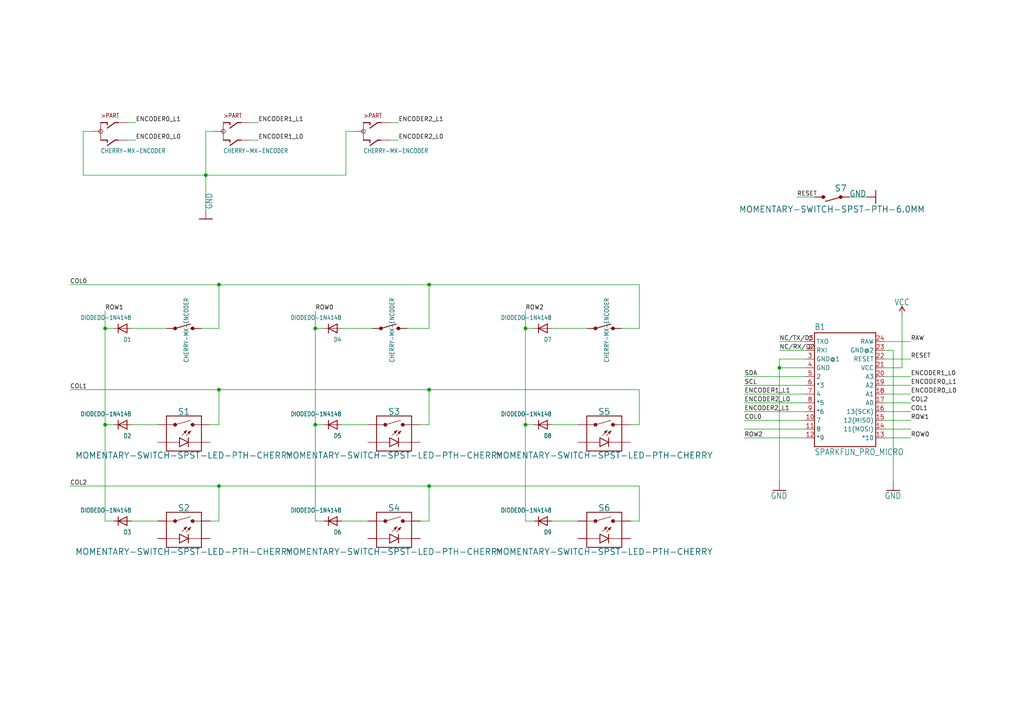
<source format=kicad_sch>
(kicad_sch (version 20211123) (generator eeschema)
  (paper "A4")
  (title_block (title "RecyclingPad") (date "2022-07-06") (rev "1.0x") (company "deveth0"))
  (lib_symbols
    (symbol "dumbpad-eagle-import:CHERRY-MX-ENCODER"
      (property "Value" "CHERRY-MX-ENCODER" (at 6.35 0 90))
      (symbol "CHERRY-MX-ENCODER_1_0"
        (circle (center -2.54 0) (radius 0.127) (stroke (width 0.4064)))
        (polyline (pts (xy -2.54 0) (xy 1.905 1.27)) (stroke (width 0.254)))
        (polyline (pts (xy 1.905 0) (xy 2.54 0)) (stroke (width 0.254)))
        (circle (center 2.54 0) (radius 0.127) (stroke (width 0.4064)))
        (pin passive line (at -5.08 0 0) (length 2.54) (name "1") (number "D"))
        (pin passive line (at 5.08 0 180) (length 2.54) (name "2") (number "E"))
        (pin passive line (at -5.08 0 0) (length 2.54) (name "1") (number "S1"))
        (pin passive line (at 5.08 0 180) (length 2.54) (name "2") (number "S2"))
      )
      (symbol "CHERRY-MX-ENCODER_2_0"
        (polyline (pts (xy -2.54 0) (xy 2.54 0)) (stroke (width 0.1524)))
        (polyline (pts (xy -2.54 1.905) (xy -2.54 0)) (stroke (width 0.3048)))
        (polyline (pts (xy -2.54 4.1275) (xy -0.9525 1.905)) (stroke (width 0.3048)))
        (polyline (pts (xy -2.54 5.08) (xy -2.54 4.1275)) (stroke (width 0.3048)))
        (polyline (pts (xy -1.905 1.905) (xy -2.54 1.905)) (stroke (width 0.3048)))
        (polyline (pts (xy 2.54 1.905) (xy 2.54 0)) (stroke (width 0.3048)))
        (polyline (pts (xy 2.54 4.1275) (xy 4.1275 1.905)) (stroke (width 0.3048)))
        (polyline (pts (xy 2.54 5.08) (xy 2.54 4.1275)) (stroke (width 0.3048)))
        (polyline (pts (xy 3.175 1.905) (xy 2.54 1.905)) (stroke (width 0.3048)))
        (circle (center 0 0) (radius 0.5679))
        (text ">PART" (at -3.81 0 900) (effects (font (size 1.27 1.0795)) (justify left bottom)))
        (pin passive line (at -2.54 7.62 270) (length 2.54) (name "A") (number "A"))
        (pin passive line (at 2.54 7.62 270) (length 2.54) (name "B") (number "B"))
        (pin passive line (at 0 -2.54 90) (length 2.54) (name "C") (number "C"))
      )
    )
    (symbol "dumbpad-eagle-import:DIODEDO-1N4148"
      (property "Reference" "D" (at -2.54 2.54 0))
      (property "Value" "DIODEDO-1N4148" (at -2.54 -3.81 0))
      (symbol "DIODEDO-1N4148_1_0"
        (polyline (pts (xy -1.27 -1.27) (xy 1.27 0)) (stroke (width 0.254)))
        (polyline (pts (xy -1.27 1.27) (xy -1.27 -1.27)) (stroke (width 0.254)))
        (polyline (pts (xy 1.27 0) (xy -1.27 1.27)) (stroke (width 0.254)))
        (polyline (pts (xy 1.27 0) (xy 1.27 -1.27)) (stroke (width 0.254)))
        (polyline (pts (xy 1.27 1.27) (xy 1.27 0)) (stroke (width 0.254)))
        (pin passive line (at -2.54 0 0) (length 2.54) (name "A") (number "A"))
        (pin passive line (at 2.54 0 180) (length 2.54) (name "C") (number "C"))
      )
    )
    (symbol "dumbpad-eagle-import:GND" (power)
      (property "Value" "GND" (at -2.54 -2.54 0))
      (symbol "GND_1_0"
        (polyline (pts (xy -1.905 0) (xy 1.905 0)) (stroke (width 0.254)))
        (pin power_in line (at 0 2.54 270) (length 2.54) (name "GND") (number "1"))
      )
    )
    (symbol "dumbpad-eagle-import:MOMENTARY-SWITCH-SPST-LED-PTH-CHERRY"
      (property "Reference" "S" (at 0 5.334 0))
      (property "Value" "MOMENTARY-SWITCH-SPST-LED-PTH-CHERRY" (at 0 -5.334 0))
      (symbol "MOMENTARY-SWITCH-SPST-LED-PTH-CHERRY_1_0"
        (circle (center -2.54 2.54) (radius 0.127) (stroke (width 0.4064)))
        (polyline (pts (xy -5.08 -5.08) (xy 5.08 -5.08)) (stroke (width 0.254)))
        (polyline (pts (xy -5.08 -2.54) (xy -5.08 -5.08)) (stroke (width 0.254)))
        (polyline (pts (xy -5.08 -2.54) (xy -1.27 -2.54)) (stroke (width 0.1524)))
        (polyline (pts (xy -5.08 2.54) (xy -5.08 -2.54)) (stroke (width 0.254)))
        (polyline (pts (xy -5.08 2.54) (xy -2.54 2.54)) (stroke (width 0.1524)))
        (polyline (pts (xy -5.08 5.08) (xy -5.08 2.54)) (stroke (width 0.254)))
        (polyline (pts (xy -2.54 2.54) (xy 1.905 3.81)) (stroke (width 0.1524)))
        (polyline (pts (xy -1.27 -3.81) (xy -1.27 -2.54)) (stroke (width 0.254)))
        (polyline (pts (xy -1.27 -3.81) (xy 1.27 -2.54)) (stroke (width 0.254)))
        (polyline (pts (xy -1.27 -2.54) (xy -1.27 -1.27)) (stroke (width 0.254)))
        (polyline (pts (xy -0.508 -0.508) (xy 0.889 0.889)) (stroke (width 0.1524)))
        (polyline (pts (xy 0.635 -0.635) (xy 2.032 0.762)) (stroke (width 0.1524)))
        (polyline (pts (xy 1.27 -3.81) (xy 1.27 -2.54)) (stroke (width 0.254)))
        (polyline (pts (xy 1.27 -2.54) (xy -1.27 -1.27)) (stroke (width 0.254)))
        (polyline (pts (xy 1.27 -2.54) (xy 1.27 -1.27)) (stroke (width 0.254)))
        (polyline (pts (xy 1.27 -2.54) (xy 5.08 -2.54)) (stroke (width 0.1524)))
        (polyline (pts (xy 1.905 2.54) (xy 5.08 2.54)) (stroke (width 0.1524)))
        (polyline (pts (xy 5.08 -5.08) (xy 5.08 -2.54)) (stroke (width 0.254)))
        (polyline (pts (xy 5.08 -2.54) (xy 5.08 2.54)) (stroke (width 0.254)))
        (polyline (pts (xy 5.08 2.54) (xy 5.08 5.08)) (stroke (width 0.254)))
        (polyline (pts (xy 5.08 5.08) (xy -5.08 5.08)) (stroke (width 0.254)))
        (polyline (pts (xy 0.889 0.889) (xy 0 0.508) (xy 0.508 0)) (fill (type outline)))
        (polyline (pts (xy 2.032 0.762) (xy 1.143 0.381) (xy 1.651 -0.127)) (fill (type outline)))
        (circle (center 2.54 2.54) (radius 0.127) (stroke (width 0.4064)))
        (pin passive line (at -7.62 -2.54 0) (length 2.54) (name "A") (number "A"))
        (pin passive line (at 7.62 -2.54 180) (length 2.54) (name "C") (number "K"))
        (pin passive line (at -7.62 2.54 0) (length 2.54) (name "1") (number "S1"))
        (pin passive line (at 7.62 2.54 180) (length 2.54) (name "2") (number "S2"))
      )
    )
    (symbol "dumbpad-eagle-import:MOMENTARY-SWITCH-SPST-PTH-6.0MM"
      (property "Reference" "S" (at 0 1.524 0))
      (property "Value" "MOMENTARY-SWITCH-SPST-PTH-6.0MM" (at 0 -0.508 0))
      (symbol "MOMENTARY-SWITCH-SPST-PTH-6.0MM_1_0"
        (circle (center -2.54 0) (radius 0.127) (stroke (width 0.4064)))
        (polyline (pts (xy -2.54 0) (xy 1.905 1.27)) (stroke (width 0.254)))
        (polyline (pts (xy 1.905 0) (xy 2.54 0)) (stroke (width 0.254)))
        (circle (center 2.54 0) (radius 0.127) (stroke (width 0.4064)))
        (pin passive line (at -5.08 0 0) (length 2.54) (name "1") (number "1"))
        (pin passive line (at 5.08 0 180) (length 2.54) (name "2") (number "3"))
      )
    )
    (symbol "dumbpad-eagle-import:SPARKFUN_PRO_MICRO"
      (property "Reference" "B" (at -7.62 18.542 0))
      (property "Value" "SPARKFUN_PRO_MICRO" (at -7.62 -17.78 0))
      (symbol "SPARKFUN_PRO_MICRO_1_0"
        (polyline (pts (xy -7.62 -15.24) (xy 10.16 -15.24)) (stroke (width 0.254)))
        (polyline (pts (xy -7.62 17.78) (xy -7.62 -15.24)) (stroke (width 0.254)))
        (polyline (pts (xy 10.16 -15.24) (xy 10.16 17.78)) (stroke (width 0.254)))
        (polyline (pts (xy 10.16 17.78) (xy -7.62 17.78)) (stroke (width 0.254)))
        (pin bidirectional line (at -10.16 15.24 0) (length 2.54) (name "TXO") (number "1"))
        (pin bidirectional line (at -10.16 -7.62 0) (length 2.54) (name "7") (number "10"))
        (pin bidirectional line (at -10.16 -10.16 0) (length 2.54) (name "8") (number "11"))
        (pin bidirectional line (at -10.16 -12.7 0) (length 2.54) (name "*9") (number "12"))
        (pin bidirectional line (at 12.7 -12.7 180) (length 2.54) (name "*10") (number "13"))
        (pin bidirectional line (at 12.7 -10.16 180) (length 2.54) (name "11(MOSI)") (number "14"))
        (pin bidirectional line (at 12.7 -7.62 180) (length 2.54) (name "12(MISO)") (number "15"))
        (pin bidirectional line (at 12.7 -5.08 180) (length 2.54) (name "13(SCK)") (number "16"))
        (pin bidirectional line (at 12.7 -2.54 180) (length 2.54) (name "A0") (number "17"))
        (pin bidirectional line (at 12.7 0 180) (length 2.54) (name "A1") (number "18"))
        (pin bidirectional line (at 12.7 2.54 180) (length 2.54) (name "A2") (number "19"))
        (pin bidirectional line (at -10.16 12.7 0) (length 2.54) (name "RXI") (number "2"))
        (pin bidirectional line (at 12.7 5.08 180) (length 2.54) (name "A3") (number "20"))
        (pin power_in line (at 12.7 7.62 180) (length 2.54) (name "VCC") (number "21"))
        (pin bidirectional line (at 12.7 10.16 180) (length 2.54) (name "RESET") (number "22"))
        (pin power_in line (at 12.7 12.7 180) (length 2.54) (name "GND@2") (number "23"))
        (pin power_in line (at 12.7 15.24 180) (length 2.54) (name "RAW") (number "24"))
        (pin power_in line (at -10.16 10.16 0) (length 2.54) (name "GND@1") (number "3"))
        (pin power_in line (at -10.16 7.62 0) (length 2.54) (name "GND") (number "4"))
        (pin bidirectional line (at -10.16 5.08 0) (length 2.54) (name "2") (number "5"))
        (pin bidirectional line (at -10.16 2.54 0) (length 2.54) (name "*3") (number "6"))
        (pin bidirectional line (at -10.16 0 0) (length 2.54) (name "4") (number "7"))
        (pin bidirectional line (at -10.16 -2.54 0) (length 2.54) (name "*5") (number "8"))
        (pin bidirectional line (at -10.16 -5.08 0) (length 2.54) (name "*6") (number "9"))
      )
    )
    (symbol "dumbpad-eagle-import:VCC" (power)
      (property "Value" "VCC" (at 0 2.794 0))
      (symbol "VCC_1_0"
        (polyline (pts (xy 0 2.54) (xy -0.762 1.27)) (stroke (width 0.254)))
        (polyline (pts (xy 0.762 1.27) (xy 0 2.54)) (stroke (width 0.254)))
        (pin power_in line (at 0 0 90) (length 2.54) (name "VCC") (number "1"))
      )
    )
  )
  (junction (at 124.46 82.55))
  (junction (at 91.44 95.25))
  (junction (at 124.46 113.03))
  (junction (at 30.48 95.25))
  (junction (at 30.48 123.19))
  (junction (at 63.5 140.97))
  (junction (at 152.4 123.19))
  (junction (at 124.46 140.97))
  (junction (at 63.5 113.03))
  (junction (at 63.5 82.55))
  (junction (at 152.4 95.25))
  (junction (at 59.69 50.8))
  (junction (at 91.44 123.19))
  (junction (at 226.06 106.68))
  (wire (pts (xy 106.68 123.19) (xy 99.06 123.19)))
  (wire (pts (xy 93.98 95.25) (xy 91.44 95.25)))
  (wire (pts (xy 24.13 38.1) (xy 24.13 50.8)))
  (wire (pts (xy 256.54 106.68) (xy 261.62 106.68)))
  (wire (pts (xy 185.42 123.19) (xy 185.42 113.03)))
  (wire (pts (xy 99.06 95.25) (xy 107.95 95.25)))
  (wire (pts (xy 256.54 111.76) (xy 264.16 111.76)))
  (wire (pts (xy 30.48 123.19) (xy 30.48 95.25)))
  (wire (pts (xy 33.02 151.13) (xy 30.48 151.13)))
  (wire (pts (xy 62.23 38.1) (xy 59.69 38.1)))
  (wire (pts (xy 185.42 140.97) (xy 124.46 140.97)))
  (wire (pts (xy 30.48 90.17) (xy 30.48 95.25)))
  (wire (pts (xy 118.11 95.25) (xy 124.46 95.25)))
  (wire (pts (xy 256.54 119.38) (xy 264.16 119.38)))
  (wire (pts (xy 256.54 121.92) (xy 264.16 121.92)))
  (wire (pts (xy 93.98 123.19) (xy 91.44 123.19)))
  (wire (pts (xy 91.44 95.25) (xy 91.44 90.17)))
  (wire (pts (xy 154.94 123.19) (xy 152.4 123.19)))
  (wire (pts (xy 233.68 111.76) (xy 215.9 111.76)))
  (wire (pts (xy 233.68 121.92) (xy 215.9 121.92)))
  (wire (pts (xy 121.92 123.19) (xy 124.46 123.19)))
  (wire (pts (xy 233.68 109.22) (xy 215.9 109.22)))
  (wire (pts (xy 113.03 35.56) (xy 115.57 35.56)))
  (wire (pts (xy 45.72 123.19) (xy 38.1 123.19)))
  (wire (pts (xy 233.68 99.06) (xy 226.06 99.06)))
  (wire (pts (xy 72.39 40.64) (xy 74.93 40.64)))
  (wire (pts (xy 233.68 124.46) (xy 215.9 124.46)))
  (wire (pts (xy 256.54 114.3) (xy 264.16 114.3)))
  (wire (pts (xy 233.68 101.6) (xy 226.06 101.6)))
  (wire (pts (xy 185.42 95.25) (xy 185.42 82.55)))
  (wire (pts (xy 26.67 38.1) (xy 24.13 38.1)))
  (wire (pts (xy 60.96 123.19) (xy 63.5 123.19)))
  (wire (pts (xy 233.68 104.14) (xy 226.06 104.14)))
  (wire (pts (xy 167.64 151.13) (xy 160.02 151.13)))
  (wire (pts (xy 167.64 123.19) (xy 160.02 123.19)))
  (wire (pts (xy 154.94 95.25) (xy 152.4 95.25)))
  (wire (pts (xy 91.44 123.19) (xy 91.44 95.25)))
  (wire (pts (xy 63.5 123.19) (xy 63.5 113.03)))
  (wire (pts (xy 236.22 57.15) (xy 231.14 57.15)))
  (wire (pts (xy 60.96 151.13) (xy 63.5 151.13)))
  (wire (pts (xy 30.48 151.13) (xy 30.48 123.19)))
  (wire (pts (xy 226.06 104.14) (xy 226.06 106.68)))
  (wire (pts (xy 63.5 140.97) (xy 20.32 140.97)))
  (wire (pts (xy 259.08 101.6) (xy 259.08 139.7)))
  (wire (pts (xy 33.02 95.25) (xy 30.48 95.25)))
  (wire (pts (xy 124.46 82.55) (xy 185.42 82.55)))
  (wire (pts (xy 93.98 151.13) (xy 91.44 151.13)))
  (wire (pts (xy 113.03 40.64) (xy 115.57 40.64)))
  (wire (pts (xy 58.42 95.25) (xy 63.5 95.25)))
  (wire (pts (xy 63.5 151.13) (xy 63.5 140.97)))
  (wire (pts (xy 33.02 123.19) (xy 30.48 123.19)))
  (wire (pts (xy 36.83 40.64) (xy 39.37 40.64)))
  (wire (pts (xy 185.42 151.13) (xy 185.42 140.97)))
  (wire (pts (xy 72.39 35.56) (xy 74.93 35.56)))
  (wire (pts (xy 256.54 127) (xy 264.16 127)))
  (wire (pts (xy 256.54 124.46) (xy 264.16 124.46)))
  (wire (pts (xy 59.69 38.1) (xy 59.69 50.8)))
  (wire (pts (xy 59.69 50.8) (xy 100.33 50.8)))
  (wire (pts (xy 63.5 95.25) (xy 63.5 82.55)))
  (wire (pts (xy 256.54 99.06) (xy 264.16 99.06)))
  (wire (pts (xy 233.68 116.84) (xy 215.9 116.84)))
  (wire (pts (xy 182.88 123.19) (xy 185.42 123.19)))
  (wire (pts (xy 100.33 38.1) (xy 102.87 38.1)))
  (wire (pts (xy 124.46 123.19) (xy 124.46 113.03)))
  (wire (pts (xy 246.38 57.15) (xy 251.46 57.15)))
  (wire (pts (xy 256.54 104.14) (xy 264.16 104.14)))
  (wire (pts (xy 124.46 95.25) (xy 124.46 82.55)))
  (wire (pts (xy 256.54 109.22) (xy 264.16 109.22)))
  (wire (pts (xy 256.54 101.6) (xy 259.08 101.6)))
  (wire (pts (xy 24.13 50.8) (xy 59.69 50.8)))
  (wire (pts (xy 59.69 50.8) (xy 59.69 60.96)))
  (wire (pts (xy 20.32 82.55) (xy 63.5 82.55)))
  (wire (pts (xy 36.83 35.56) (xy 39.37 35.56)))
  (wire (pts (xy 233.68 119.38) (xy 215.9 119.38)))
  (wire (pts (xy 124.46 140.97) (xy 63.5 140.97)))
  (wire (pts (xy 154.94 151.13) (xy 152.4 151.13)))
  (wire (pts (xy 256.54 116.84) (xy 264.16 116.84)))
  (wire (pts (xy 152.4 151.13) (xy 152.4 123.19)))
  (wire (pts (xy 160.02 95.25) (xy 170.18 95.25)))
  (wire (pts (xy 100.33 50.8) (xy 100.33 38.1)))
  (wire (pts (xy 226.06 106.68) (xy 226.06 139.7)))
  (wire (pts (xy 45.72 151.13) (xy 38.1 151.13)))
  (wire (pts (xy 63.5 82.55) (xy 124.46 82.55)))
  (wire (pts (xy 121.92 151.13) (xy 124.46 151.13)))
  (wire (pts (xy 20.32 113.03) (xy 63.5 113.03)))
  (wire (pts (xy 152.4 123.19) (xy 152.4 95.25)))
  (wire (pts (xy 233.68 114.3) (xy 215.9 114.3)))
  (wire (pts (xy 233.68 127) (xy 215.9 127)))
  (wire (pts (xy 106.68 151.13) (xy 99.06 151.13)))
  (wire (pts (xy 124.46 113.03) (xy 185.42 113.03)))
  (wire (pts (xy 48.26 95.25) (xy 38.1 95.25)))
  (wire (pts (xy 152.4 95.25) (xy 152.4 90.17)))
  (wire (pts (xy 261.62 106.68) (xy 261.62 91.44)))
  (wire (pts (xy 91.44 151.13) (xy 91.44 123.19)))
  (wire (pts (xy 180.34 95.25) (xy 185.42 95.25)))
  (wire (pts (xy 124.46 151.13) (xy 124.46 140.97)))
  (wire (pts (xy 182.88 151.13) (xy 185.42 151.13)))
  (wire (pts (xy 63.5 113.03) (xy 124.46 113.03)))
  (wire (pts (xy 233.68 106.68) (xy 226.06 106.68)))
  (label "NC/TX/D3" (at 226.06 99.06 0) (effects (font (size 1.2446 1.2446))))
  (label "ENCODER1_L0" (at 74.93 40.64 0) (effects (font (size 1.2446 1.2446))))
  (label "SCL" (at 215.9 111.76 0))
  (label "COL1" (at 264.16 119.38 0) (effects (font (size 1.2446 1.2446))))
  (label "ROW0" (at 91.44 90.17 0) (effects (font (size 1.2446 1.2446))))
  (label "ENCODER1_L1" (at 74.93 35.56 0) (effects (font (size 1.2446 1.2446))))
  (label "ENCODER0_L1" (at 39.37 35.56 0) (effects (font (size 1.2446 1.2446))))
  (label "ENCODER1_L1" (at 215.9 114.3 0))
  (label "COL2" (at 264.16 116.84 0))
  (label "ENCODER2_L0" (at 215.9 116.84 0))
  (label "ENCODER0_L0" (at 39.37 40.64 0) (effects (font (size 1.2446 1.2446))))
  (label "ENCODER2_L0" (at 115.57 40.64 0) (effects (font (size 1.2446 1.2446))))
  (label "ROW0" (at 264.16 127 0))
  (label "RAW" (at 264.16 99.06 0) (effects (font (size 1.2446 1.2446))))
  (label "ROW1" (at 30.48 90.17 0) (effects (font (size 1.2446 1.2446))))
  (label "ROW1" (at 264.16 121.92 0) (effects (font (size 1.2446 1.2446))))
  (label "COL0" (at 215.9 121.92 0))
  (label "ENCODER1_L0" (at 264.16 109.22 0) (effects (font (size 1.2446 1.2446))))
  (label "NC/RX/D2" (at 226.06 101.6 0) (effects (font (size 1.2446 1.2446))))
  (label "ENCODER0_L1" (at 264.16 111.76 0))
  (label "SDA" (at 215.9 109.22 0))
  (label "RESET" (at 231.14 57.15 0) (effects (font (size 1.2446 1.2446))))
  (label "RESET" (at 264.16 104.14 0) (effects (font (size 1.2446 1.2446))))
  (label "ENCODER0_L0" (at 264.16 114.3 0))
  (label "COL1" (at 20.32 113.03 0) (effects (font (size 1.2446 1.2446))))
  (label "ROW2" (at 215.9 127 0) (effects (font (size 1.2446 1.2446))))
  (label "COL2" (at 20.32 140.97 0) (effects (font (size 1.2446 1.2446))))
  (label "ROW2" (at 152.4 90.17 0) (effects (font (size 1.2446 1.2446))))
  (label "COL0" (at 20.32 82.55 0) (effects (font (size 1.2446 1.2446))))
  (label "ENCODER2_L1" (at 115.57 35.56 0) (effects (font (size 1.2446 1.2446))))
  (label "ENCODER2_L1" (at 215.9 119.38 0) (effects (font (size 1.2446 1.2446))))
  (symbol (lib_id "dumbpad-eagle-import:DIODEDO-1N4148") (at 157.48 95.25 180) (unit 1)
    (property "Reference" "D7" (at 160.02 97.79 0) (effects (font (size 1.27 1.0795)) (justify left bottom)))
    (property "Value" "DIODEDO-1N4148" (at 160.02 91.44 0) (effects (font (size 1.27 1.0795)) (justify left bottom)))
    (property "Footprint" "DO-1N4148" (effects hide))
  )
  (symbol (lib_id "dumbpad-eagle-import:MOMENTARY-SWITCH-SPST-LED-PTH-CHERRY") (at 53.34 125.73 0) (unit 1)
    (property "Reference" "S1" (at 53.34 120.396 0) (effects (font (size 1.778 1.778)) (justify bottom)))
    (property "Value" "MOMENTARY-SWITCH-SPST-LED-PTH-CHERRY" (at 53.34 131.064 0) (effects (font (size 1.778 1.778)) (justify top)))
    (property "Footprint" "RecyclingPad:CHERRY-MX" (effects hide))
  )
  (symbol (lib_id "dumbpad-eagle-import:DIODEDO-1N4148") (at 35.56 123.19 180) (unit 1)
    (property "Reference" "D2" (at 38.1 125.73 0) (effects (font (size 1.27 1.0795)) (justify left bottom)))
    (property "Value" "DIODEDO-1N4148" (at 38.1 119.38 0) (effects (font (size 1.27 1.0795)) (justify left bottom)))
    (property "Footprint" "DO-1N4148" (effects hide))
  )
  (symbol (lib_id "dumbpad-eagle-import:CHERRY-MX-ENCODER") (at 175.26 95.25 0) (unit 1)
    (property "Reference" "RE_3_2" (effects hide))
    (property "Value" "CHERRY-MX-ENCODER" (at 175.26 95.758 90) (effects (font (size 1.27 1.0795)) (justify top)))
    (property "Footprint" "CHERRY-MX-ENCODER" (effects hide))
  )
  (symbol (lib_id "dumbpad-eagle-import:CHERRY-MX-ENCODER") (at 53.34 95.25 0) (unit 1)
    (property "Reference" "RE_0_1" (effects hide))
    (property "Value" "CHERRY-MX-ENCODER" (at 53.34 95.758 90) (effects (font (size 1.27 1.0795)) (justify top)))
    (property "Footprint" "CHERRY-MX-ENCODER" (effects hide))
  )
  (symbol (lib_id "dumbpad-eagle-import:GND") (at 59.69 63.5 0) (unit 1)
    (property "Reference" "#GND0104" (effects hide))
    (property "Value" "GND" (at 59.69 55.88 90) (effects (font (size 1.778 1.5113)) (justify right top)))
  )
  (symbol (lib_id "dumbpad-eagle-import:DIODEDO-1N4148") (at 96.52 151.13 180) (unit 1)
    (property "Reference" "D6" (at 99.06 153.67 0) (effects (font (size 1.27 1.0795)) (justify left bottom)))
    (property "Value" "DIODEDO-1N4148" (at 99.06 147.32 0) (effects (font (size 1.27 1.0795)) (justify left bottom)))
    (property "Footprint" "DO-1N4148" (effects hide))
  )
  (symbol (lib_id "dumbpad-eagle-import:DIODEDO-1N4148") (at 157.48 123.19 180) (unit 1)
    (property "Reference" "D8" (at 160.02 125.73 0) (effects (font (size 1.27 1.0795)) (justify left bottom)))
    (property "Value" "DIODEDO-1N4148" (at 160.02 119.38 0) (effects (font (size 1.27 1.0795)) (justify left bottom)))
    (property "Footprint" "DO-1N4148" (effects hide))
  )
  (symbol (lib_id "dumbpad-eagle-import:DIODEDO-1N4148") (at 35.56 95.25 180) (unit 1)
    (property "Reference" "D1" (at 38.1 97.79 0) (effects (font (size 1.27 1.0795)) (justify left bottom)))
    (property "Value" "DIODEDO-1N4148" (at 38.1 91.44 0) (effects (font (size 1.27 1.0795)) (justify left bottom)))
    (property "Footprint" "DO-1N4148" (effects hide))
  )
  (symbol (lib_id "dumbpad-eagle-import:GND") (at 226.06 142.24 0) (unit 1)
    (property "Reference" "#GND0102" (effects hide))
    (property "Value" "GND" (at 223.52 144.78 0) (effects (font (size 1.778 1.5113)) (justify left bottom)))
  )
  (symbol (lib_id "dumbpad-eagle-import:MOMENTARY-SWITCH-SPST-LED-PTH-CHERRY") (at 175.26 125.73 0) (unit 1)
    (property "Reference" "S5" (at 175.26 120.396 0) (effects (font (size 1.778 1.778)) (justify bottom)))
    (property "Value" "MOMENTARY-SWITCH-SPST-LED-PTH-CHERRY" (at 175.26 131.064 0) (effects (font (size 1.778 1.778)) (justify top)))
    (property "Footprint" "RecyclingPad:CHERRY-MX" (effects hide))
  )
  (symbol (lib_id "dumbpad-eagle-import:GND") (at 259.08 142.24 0) (unit 1)
    (property "Reference" "#GND0101" (effects hide))
    (property "Value" "GND" (at 256.54 144.78 0) (effects (font (size 1.778 1.5113)) (justify left bottom)))
  )
  (symbol (lib_id "dumbpad-eagle-import:CHERRY-MX-ENCODER") (at 105.41 38.1 270) (unit 2)
    (property "Reference" "RE_3_2" (effects hide))
    (property "Value" "CHERRY-MX-ENCODER" (at 105.41 44.45 90) (effects (font (size 1.27 1.0795)) (justify left bottom)))
    (property "Footprint" "CHERRY-MX-ENCODER" (effects hide))
  )
  (symbol (lib_id "dumbpad-eagle-import:MOMENTARY-SWITCH-SPST-LED-PTH-CHERRY") (at 175.26 153.67 0) (unit 1)
    (property "Reference" "S6" (at 175.26 148.336 0) (effects (font (size 1.778 1.778)) (justify bottom)))
    (property "Value" "MOMENTARY-SWITCH-SPST-LED-PTH-CHERRY" (at 175.26 159.004 0) (effects (font (size 1.778 1.778)) (justify top)))
    (property "Footprint" "RecyclingPad:CHERRY-MX" (effects hide))
  )
  (symbol (lib_id "dumbpad-eagle-import:GND") (at 254 57.15 90) (unit 1)
    (property "Reference" "#GND0103" (effects hide))
    (property "Value" "GND" (at 246.38 57.15 90) (effects (font (size 1.778 1.5113)) (justify right top)))
  )
  (symbol (lib_id "dumbpad-eagle-import:MOMENTARY-SWITCH-SPST-LED-PTH-CHERRY") (at 114.3 125.73 0) (unit 1)
    (property "Reference" "S3" (at 114.3 120.396 0) (effects (font (size 1.778 1.778)) (justify bottom)))
    (property "Value" "MOMENTARY-SWITCH-SPST-LED-PTH-CHERRY" (at 114.3 131.064 0) (effects (font (size 1.778 1.778)) (justify top)))
    (property "Footprint" "RecyclingPad:CHERRY-MX" (effects hide))
  )
  (symbol (lib_id "dumbpad-eagle-import:DIODEDO-1N4148") (at 96.52 95.25 180) (unit 1)
    (property "Reference" "D4" (at 99.06 97.79 0) (effects (font (size 1.27 1.0795)) (justify left bottom)))
    (property "Value" "DIODEDO-1N4148" (at 99.06 91.44 0) (effects (font (size 1.27 1.0795)) (justify left bottom)))
    (property "Footprint" "DO-1N4148" (effects hide))
  )
  (symbol (lib_id "dumbpad-eagle-import:MOMENTARY-SWITCH-SPST-PTH-6.0MM") (at 241.3 57.15 180) (unit 1)
    (property "Reference" "S7" (at 243.84 53.594 0) (effects (font (size 1.778 1.778)) (justify bottom)))
    (property "Value" "MOMENTARY-SWITCH-SPST-PTH-6.0MM" (at 241.3 61.722 0) (effects (font (size 1.778 1.778)) (justify top)))
    (property "Footprint" "TACTILE_SWITCH_PTH_6.0MM" (effects hide))
  )
  (symbol (lib_id "dumbpad-eagle-import:DIODEDO-1N4148") (at 96.52 123.19 180) (unit 1)
    (property "Reference" "D5" (at 99.06 125.73 0) (effects (font (size 1.27 1.0795)) (justify left bottom)))
    (property "Value" "DIODEDO-1N4148" (at 99.06 119.38 0) (effects (font (size 1.27 1.0795)) (justify left bottom)))
    (property "Footprint" "DO-1N4148" (effects hide))
  )
  (symbol (lib_id "dumbpad-eagle-import:DIODEDO-1N4148") (at 157.48 151.13 180) (unit 1)
    (property "Reference" "D9" (at 160.02 153.67 0) (effects (font (size 1.27 1.0795)) (justify left bottom)))
    (property "Value" "DIODEDO-1N4148" (at 160.02 147.32 0) (effects (font (size 1.27 1.0795)) (justify left bottom)))
    (property "Footprint" "DO-1N4148" (effects hide))
  )
  (symbol (lib_id "dumbpad-eagle-import:MOMENTARY-SWITCH-SPST-LED-PTH-CHERRY") (at 114.3 153.67 0) (unit 1)
    (property "Reference" "S4" (at 114.3 148.336 0) (effects (font (size 1.778 1.778)) (justify bottom)))
    (property "Value" "MOMENTARY-SWITCH-SPST-LED-PTH-CHERRY" (at 114.3 159.004 0) (effects (font (size 1.778 1.778)) (justify top)))
    (property "Footprint" "RecyclingPad:CHERRY-MX" (effects hide))
  )
  (symbol (lib_id "dumbpad-eagle-import:SPARKFUN_PRO_MICRO") (at 243.84 114.3 0) (unit 1)
    (property "Reference" "B1" (at 236.22 95.758 0) (effects (font (size 1.778 1.5113)) (justify left bottom)))
    (property "Value" "SPARKFUN_PRO_MICRO" (at 236.22 132.08 0) (effects (font (size 1.778 1.5113)) (justify left bottom)))
    (property "Footprint" "SPARKFUN_PRO_MICRO" (effects hide))
  )
  (symbol (lib_id "dumbpad-eagle-import:DIODEDO-1N4148") (at 35.56 151.13 180) (unit 1)
    (property "Reference" "D3" (at 38.1 153.67 0) (effects (font (size 1.27 1.0795)) (justify left bottom)))
    (property "Value" "DIODEDO-1N4148" (at 38.1 147.32 0) (effects (font (size 1.27 1.0795)) (justify left bottom)))
    (property "Footprint" "DO-1N4148" (effects hide))
  )
  (symbol (lib_id "dumbpad-eagle-import:CHERRY-MX-ENCODER") (at 29.21 38.1 270) (unit 2)
    (property "Reference" "RE_3_1" (effects hide))
    (property "Value" "CHERRY-MX-ENCODER" (at 29.21 44.45 90) (effects (font (size 1.27 1.0795)) (justify left bottom)))
    (property "Footprint" "CHERRY-MX-ENCODER" (effects hide))
  )
  (symbol (lib_id "dumbpad-eagle-import:CHERRY-MX-ENCODER") (at 64.77 38.1 270) (unit 2)
    (property "Reference" "RE_0_1" (effects hide))
    (property "Value" "CHERRY-MX-ENCODER" (at 64.77 44.45 90) (effects (font (size 1.27 1.0795)) (justify left bottom)))
    (property "Footprint" "CHERRY-MX-ENCODER" (effects hide))
  )
  (symbol (lib_id "dumbpad-eagle-import:VCC") (at 261.62 91.44 0) (unit 1)
    (property "Reference" "#SUPPLY0101" (effects hide))
    (property "Value" "VCC" (at 261.62 88.646 0) (effects (font (size 1.778 1.5113)) (justify bottom)))
  )
  (symbol (lib_id "dumbpad-eagle-import:MOMENTARY-SWITCH-SPST-LED-PTH-CHERRY") (at 53.34 153.67 0) (unit 1)
    (property "Reference" "S2" (at 53.34 148.336 0) (effects (font (size 1.778 1.778)) (justify bottom)))
    (property "Value" "MOMENTARY-SWITCH-SPST-LED-PTH-CHERRY" (at 53.34 159.004 0) (effects (font (size 1.778 1.778)) (justify top)))
    (property "Footprint" "RecyclingPad:CHERRY-MX" (effects hide))
  )
  (symbol (lib_id "dumbpad-eagle-import:CHERRY-MX-ENCODER") (at 113.03 95.25 0) (unit 1)
    (property "Reference" "RE_3_1" (effects hide))
    (property "Value" "CHERRY-MX-ENCODER" (at 113.03 95.758 90) (effects (font (size 1.27 1.0795)) (justify top)))
    (property "Footprint" "CHERRY-MX-ENCODER" (effects hide))
  )
)
</source>
